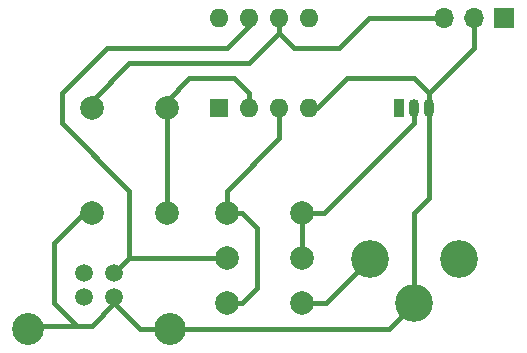
<source format=gbr>
G04 #@! TF.FileFunction,Copper,L2,Bot,Signal*
%FSLAX46Y46*%
G04 Gerber Fmt 4.6, Leading zero omitted, Abs format (unit mm)*
G04 Created by KiCad (PCBNEW 4.0.6) date 05/26/17 09:36:11*
%MOMM*%
%LPD*%
G01*
G04 APERTURE LIST*
%ADD10C,0.100000*%
%ADD11C,3.197860*%
%ADD12R,1.700000X1.700000*%
%ADD13O,1.700000X1.700000*%
%ADD14C,1.520000*%
%ADD15C,2.700000*%
%ADD16C,1.998980*%
%ADD17R,1.600000X1.600000*%
%ADD18O,1.600000X1.600000*%
%ADD19O,0.900000X1.500000*%
%ADD20R,0.900000X1.500000*%
%ADD21C,0.406400*%
G04 APERTURE END LIST*
D10*
D11*
X176466500Y-118211600D03*
X172720000Y-121920000D03*
X168973500Y-118211600D03*
D12*
X180340000Y-97790000D03*
D13*
X177800000Y-97790000D03*
X175260000Y-97790000D03*
D14*
X144780000Y-119380000D03*
X147320000Y-119380000D03*
X147320000Y-121380000D03*
X144780000Y-121380000D03*
D15*
X140050000Y-124080000D03*
X152050000Y-124080000D03*
D16*
X156845000Y-114300000D03*
X163195000Y-114300000D03*
X156845000Y-121920000D03*
X163195000Y-121920000D03*
X151765000Y-114300000D03*
X145415000Y-114300000D03*
X145415000Y-105410000D03*
X151765000Y-105410000D03*
X163195000Y-118110000D03*
X156845000Y-118110000D03*
D17*
X156210000Y-105410000D03*
D18*
X163830000Y-97790000D03*
X158750000Y-105410000D03*
X161290000Y-97790000D03*
X161290000Y-105410000D03*
X158750000Y-97790000D03*
X163830000Y-105410000D03*
X156210000Y-97790000D03*
D19*
X172720000Y-105410000D03*
X173990000Y-105410000D03*
D20*
X171450000Y-105410000D03*
D21*
X158750000Y-97790000D02*
X158750000Y-98425000D01*
X158750000Y-98425000D02*
X156845000Y-100330000D01*
X148590000Y-112395000D02*
X148590000Y-118110000D01*
X142875000Y-106680000D02*
X148590000Y-112395000D01*
X142875000Y-104140000D02*
X142875000Y-106680000D01*
X146685000Y-100330000D02*
X142875000Y-104140000D01*
X156845000Y-100330000D02*
X146685000Y-100330000D01*
X156845000Y-118110000D02*
X156845000Y-117475000D01*
X147320000Y-119380000D02*
X148590000Y-118110000D01*
X148590000Y-118110000D02*
X156845000Y-118110000D01*
X152050000Y-124080000D02*
X170560000Y-124080000D01*
X170560000Y-124080000D02*
X172720000Y-121920000D01*
X173990000Y-105410000D02*
X173990000Y-113030000D01*
X173990000Y-113030000D02*
X172720000Y-114300000D01*
X172720000Y-114300000D02*
X172720000Y-121920000D01*
X144145000Y-123825000D02*
X140305000Y-123825000D01*
X140305000Y-123825000D02*
X140050000Y-124080000D01*
X147320000Y-121380000D02*
X147320000Y-121920000D01*
X147320000Y-121920000D02*
X145415000Y-123825000D01*
X142240000Y-121920000D02*
X144145000Y-123825000D01*
X142240000Y-116840000D02*
X142240000Y-121920000D01*
X144780000Y-114300000D02*
X142240000Y-116840000D01*
X145415000Y-123825000D02*
X144145000Y-123825000D01*
X145415000Y-114300000D02*
X144780000Y-114300000D01*
X147320000Y-121380000D02*
X147320000Y-121920000D01*
X147320000Y-121920000D02*
X149480000Y-124080000D01*
X149480000Y-124080000D02*
X152050000Y-124080000D01*
X173990000Y-105410000D02*
X173990000Y-104140000D01*
X173990000Y-104140000D02*
X177800000Y-100330000D01*
X177800000Y-100330000D02*
X177800000Y-97790000D01*
X163830000Y-105410000D02*
X164465000Y-105410000D01*
X164465000Y-105410000D02*
X167005000Y-102870000D01*
X172720000Y-102870000D02*
X173990000Y-104140000D01*
X167005000Y-102870000D02*
X172720000Y-102870000D01*
X145415000Y-105410000D02*
X145415000Y-104775000D01*
X145415000Y-104775000D02*
X148590000Y-101600000D01*
X148590000Y-101600000D02*
X158750000Y-101600000D01*
X158750000Y-101600000D02*
X161290000Y-99060000D01*
X161290000Y-97790000D02*
X161290000Y-99060000D01*
X175260000Y-97790000D02*
X168910000Y-97790000D01*
X162560000Y-100330000D02*
X161290000Y-99060000D01*
X166370000Y-100330000D02*
X162560000Y-100330000D01*
X168910000Y-97790000D02*
X166370000Y-100330000D01*
X163195000Y-121920000D02*
X165265100Y-121920000D01*
X165265100Y-121920000D02*
X168973500Y-118211600D01*
X156845000Y-121920000D02*
X158115000Y-121920000D01*
X158115000Y-114300000D02*
X156845000Y-114300000D01*
X159385000Y-115570000D02*
X158115000Y-114300000D01*
X159385000Y-120650000D02*
X159385000Y-115570000D01*
X158115000Y-121920000D02*
X159385000Y-120650000D01*
X161290000Y-105410000D02*
X161290000Y-107950000D01*
X156845000Y-112395000D02*
X156845000Y-114300000D01*
X161290000Y-107950000D02*
X156845000Y-112395000D01*
X163195000Y-114300000D02*
X165100000Y-114300000D01*
X172720000Y-106680000D02*
X172720000Y-105410000D01*
X165100000Y-114300000D02*
X172720000Y-106680000D01*
X163195000Y-118110000D02*
X163195000Y-114300000D01*
X151765000Y-105410000D02*
X151765000Y-104775000D01*
X151765000Y-104775000D02*
X153670000Y-102870000D01*
X158750000Y-104140000D02*
X158750000Y-105410000D01*
X157480000Y-102870000D02*
X158750000Y-104140000D01*
X153670000Y-102870000D02*
X157480000Y-102870000D01*
X151765000Y-114300000D02*
X151765000Y-105410000D01*
M02*

</source>
